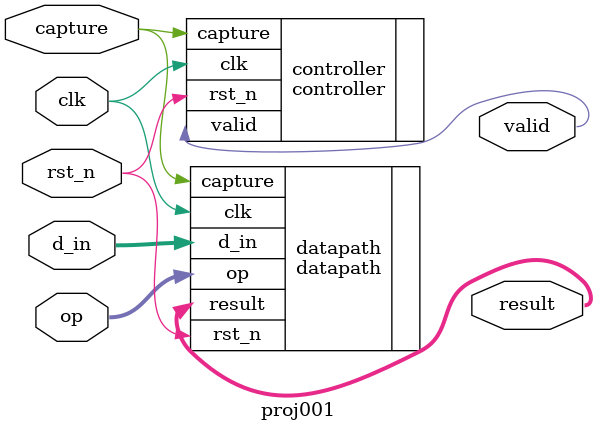
<source format=v>
module proj001 (
    input rst_n, clk, 
    input [3:0] d_in, 
    input [1:0] op, 
    input capture,
    output [4:0] result, 
    output valid
);

datapath datapath (
    .rst_n(rst_n),
    .clk(clk),
    .d_in(d_in),
    .op(op),
    .capture(capture),
    .result(result)
);

controller controller (
    .rst_n(rst_n),
    .clk(clk),
    .capture(capture),
    .valid(valid)
);

endmodule
</source>
